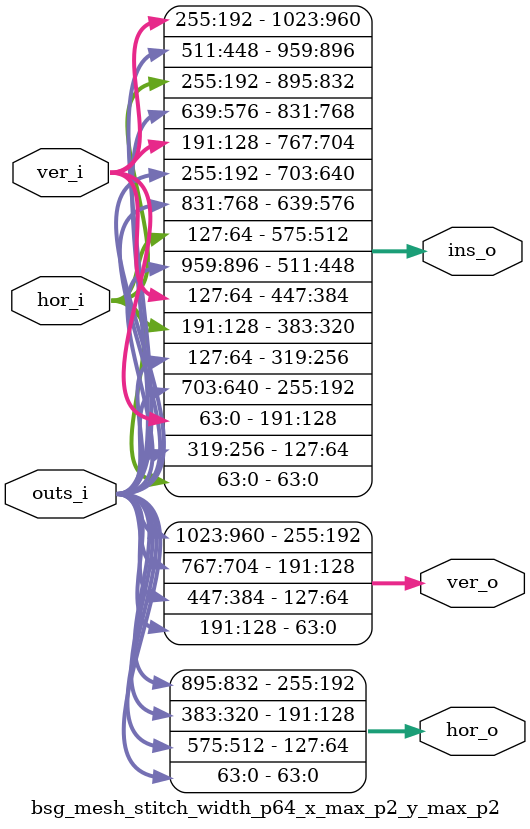
<source format=v>
module bsg_mesh_stitch_width_p64_x_max_p2_y_max_p2
(
  outs_i,
  ins_o,
  hor_i,
  hor_o,
  ver_i,
  ver_o
);

  input [1023:0] outs_i;
  output [1023:0] ins_o;
  input [255:0] hor_i;
  output [255:0] hor_o;
  input [255:0] ver_i;
  output [255:0] ver_o;
  wire [1023:0] ins_o;
  wire [255:0] hor_o,ver_o;
  assign ins_o[1023] = ver_i[255];
  assign ins_o[1022] = ver_i[254];
  assign ins_o[1021] = ver_i[253];
  assign ins_o[1020] = ver_i[252];
  assign ins_o[1019] = ver_i[251];
  assign ins_o[1018] = ver_i[250];
  assign ins_o[1017] = ver_i[249];
  assign ins_o[1016] = ver_i[248];
  assign ins_o[1015] = ver_i[247];
  assign ins_o[1014] = ver_i[246];
  assign ins_o[1013] = ver_i[245];
  assign ins_o[1012] = ver_i[244];
  assign ins_o[1011] = ver_i[243];
  assign ins_o[1010] = ver_i[242];
  assign ins_o[1009] = ver_i[241];
  assign ins_o[1008] = ver_i[240];
  assign ins_o[1007] = ver_i[239];
  assign ins_o[1006] = ver_i[238];
  assign ins_o[1005] = ver_i[237];
  assign ins_o[1004] = ver_i[236];
  assign ins_o[1003] = ver_i[235];
  assign ins_o[1002] = ver_i[234];
  assign ins_o[1001] = ver_i[233];
  assign ins_o[1000] = ver_i[232];
  assign ins_o[999] = ver_i[231];
  assign ins_o[998] = ver_i[230];
  assign ins_o[997] = ver_i[229];
  assign ins_o[996] = ver_i[228];
  assign ins_o[995] = ver_i[227];
  assign ins_o[994] = ver_i[226];
  assign ins_o[993] = ver_i[225];
  assign ins_o[992] = ver_i[224];
  assign ins_o[991] = ver_i[223];
  assign ins_o[990] = ver_i[222];
  assign ins_o[989] = ver_i[221];
  assign ins_o[988] = ver_i[220];
  assign ins_o[987] = ver_i[219];
  assign ins_o[986] = ver_i[218];
  assign ins_o[985] = ver_i[217];
  assign ins_o[984] = ver_i[216];
  assign ins_o[983] = ver_i[215];
  assign ins_o[982] = ver_i[214];
  assign ins_o[981] = ver_i[213];
  assign ins_o[980] = ver_i[212];
  assign ins_o[979] = ver_i[211];
  assign ins_o[978] = ver_i[210];
  assign ins_o[977] = ver_i[209];
  assign ins_o[976] = ver_i[208];
  assign ins_o[975] = ver_i[207];
  assign ins_o[974] = ver_i[206];
  assign ins_o[973] = ver_i[205];
  assign ins_o[972] = ver_i[204];
  assign ins_o[971] = ver_i[203];
  assign ins_o[970] = ver_i[202];
  assign ins_o[969] = ver_i[201];
  assign ins_o[968] = ver_i[200];
  assign ins_o[967] = ver_i[199];
  assign ins_o[966] = ver_i[198];
  assign ins_o[965] = ver_i[197];
  assign ins_o[964] = ver_i[196];
  assign ins_o[963] = ver_i[195];
  assign ins_o[962] = ver_i[194];
  assign ins_o[961] = ver_i[193];
  assign ins_o[960] = ver_i[192];
  assign ins_o[959] = outs_i[511];
  assign ins_o[958] = outs_i[510];
  assign ins_o[957] = outs_i[509];
  assign ins_o[956] = outs_i[508];
  assign ins_o[955] = outs_i[507];
  assign ins_o[954] = outs_i[506];
  assign ins_o[953] = outs_i[505];
  assign ins_o[952] = outs_i[504];
  assign ins_o[951] = outs_i[503];
  assign ins_o[950] = outs_i[502];
  assign ins_o[949] = outs_i[501];
  assign ins_o[948] = outs_i[500];
  assign ins_o[947] = outs_i[499];
  assign ins_o[946] = outs_i[498];
  assign ins_o[945] = outs_i[497];
  assign ins_o[944] = outs_i[496];
  assign ins_o[943] = outs_i[495];
  assign ins_o[942] = outs_i[494];
  assign ins_o[941] = outs_i[493];
  assign ins_o[940] = outs_i[492];
  assign ins_o[939] = outs_i[491];
  assign ins_o[938] = outs_i[490];
  assign ins_o[937] = outs_i[489];
  assign ins_o[936] = outs_i[488];
  assign ins_o[935] = outs_i[487];
  assign ins_o[934] = outs_i[486];
  assign ins_o[933] = outs_i[485];
  assign ins_o[932] = outs_i[484];
  assign ins_o[931] = outs_i[483];
  assign ins_o[930] = outs_i[482];
  assign ins_o[929] = outs_i[481];
  assign ins_o[928] = outs_i[480];
  assign ins_o[927] = outs_i[479];
  assign ins_o[926] = outs_i[478];
  assign ins_o[925] = outs_i[477];
  assign ins_o[924] = outs_i[476];
  assign ins_o[923] = outs_i[475];
  assign ins_o[922] = outs_i[474];
  assign ins_o[921] = outs_i[473];
  assign ins_o[920] = outs_i[472];
  assign ins_o[919] = outs_i[471];
  assign ins_o[918] = outs_i[470];
  assign ins_o[917] = outs_i[469];
  assign ins_o[916] = outs_i[468];
  assign ins_o[915] = outs_i[467];
  assign ins_o[914] = outs_i[466];
  assign ins_o[913] = outs_i[465];
  assign ins_o[912] = outs_i[464];
  assign ins_o[911] = outs_i[463];
  assign ins_o[910] = outs_i[462];
  assign ins_o[909] = outs_i[461];
  assign ins_o[908] = outs_i[460];
  assign ins_o[907] = outs_i[459];
  assign ins_o[906] = outs_i[458];
  assign ins_o[905] = outs_i[457];
  assign ins_o[904] = outs_i[456];
  assign ins_o[903] = outs_i[455];
  assign ins_o[902] = outs_i[454];
  assign ins_o[901] = outs_i[453];
  assign ins_o[900] = outs_i[452];
  assign ins_o[899] = outs_i[451];
  assign ins_o[898] = outs_i[450];
  assign ins_o[897] = outs_i[449];
  assign ins_o[896] = outs_i[448];
  assign ins_o[895] = hor_i[255];
  assign ins_o[894] = hor_i[254];
  assign ins_o[893] = hor_i[253];
  assign ins_o[892] = hor_i[252];
  assign ins_o[891] = hor_i[251];
  assign ins_o[890] = hor_i[250];
  assign ins_o[889] = hor_i[249];
  assign ins_o[888] = hor_i[248];
  assign ins_o[887] = hor_i[247];
  assign ins_o[886] = hor_i[246];
  assign ins_o[885] = hor_i[245];
  assign ins_o[884] = hor_i[244];
  assign ins_o[883] = hor_i[243];
  assign ins_o[882] = hor_i[242];
  assign ins_o[881] = hor_i[241];
  assign ins_o[880] = hor_i[240];
  assign ins_o[879] = hor_i[239];
  assign ins_o[878] = hor_i[238];
  assign ins_o[877] = hor_i[237];
  assign ins_o[876] = hor_i[236];
  assign ins_o[875] = hor_i[235];
  assign ins_o[874] = hor_i[234];
  assign ins_o[873] = hor_i[233];
  assign ins_o[872] = hor_i[232];
  assign ins_o[871] = hor_i[231];
  assign ins_o[870] = hor_i[230];
  assign ins_o[869] = hor_i[229];
  assign ins_o[868] = hor_i[228];
  assign ins_o[867] = hor_i[227];
  assign ins_o[866] = hor_i[226];
  assign ins_o[865] = hor_i[225];
  assign ins_o[864] = hor_i[224];
  assign ins_o[863] = hor_i[223];
  assign ins_o[862] = hor_i[222];
  assign ins_o[861] = hor_i[221];
  assign ins_o[860] = hor_i[220];
  assign ins_o[859] = hor_i[219];
  assign ins_o[858] = hor_i[218];
  assign ins_o[857] = hor_i[217];
  assign ins_o[856] = hor_i[216];
  assign ins_o[855] = hor_i[215];
  assign ins_o[854] = hor_i[214];
  assign ins_o[853] = hor_i[213];
  assign ins_o[852] = hor_i[212];
  assign ins_o[851] = hor_i[211];
  assign ins_o[850] = hor_i[210];
  assign ins_o[849] = hor_i[209];
  assign ins_o[848] = hor_i[208];
  assign ins_o[847] = hor_i[207];
  assign ins_o[846] = hor_i[206];
  assign ins_o[845] = hor_i[205];
  assign ins_o[844] = hor_i[204];
  assign ins_o[843] = hor_i[203];
  assign ins_o[842] = hor_i[202];
  assign ins_o[841] = hor_i[201];
  assign ins_o[840] = hor_i[200];
  assign ins_o[839] = hor_i[199];
  assign ins_o[838] = hor_i[198];
  assign ins_o[837] = hor_i[197];
  assign ins_o[836] = hor_i[196];
  assign ins_o[835] = hor_i[195];
  assign ins_o[834] = hor_i[194];
  assign ins_o[833] = hor_i[193];
  assign ins_o[832] = hor_i[192];
  assign ins_o[831] = outs_i[639];
  assign ins_o[830] = outs_i[638];
  assign ins_o[829] = outs_i[637];
  assign ins_o[828] = outs_i[636];
  assign ins_o[827] = outs_i[635];
  assign ins_o[826] = outs_i[634];
  assign ins_o[825] = outs_i[633];
  assign ins_o[824] = outs_i[632];
  assign ins_o[823] = outs_i[631];
  assign ins_o[822] = outs_i[630];
  assign ins_o[821] = outs_i[629];
  assign ins_o[820] = outs_i[628];
  assign ins_o[819] = outs_i[627];
  assign ins_o[818] = outs_i[626];
  assign ins_o[817] = outs_i[625];
  assign ins_o[816] = outs_i[624];
  assign ins_o[815] = outs_i[623];
  assign ins_o[814] = outs_i[622];
  assign ins_o[813] = outs_i[621];
  assign ins_o[812] = outs_i[620];
  assign ins_o[811] = outs_i[619];
  assign ins_o[810] = outs_i[618];
  assign ins_o[809] = outs_i[617];
  assign ins_o[808] = outs_i[616];
  assign ins_o[807] = outs_i[615];
  assign ins_o[806] = outs_i[614];
  assign ins_o[805] = outs_i[613];
  assign ins_o[804] = outs_i[612];
  assign ins_o[803] = outs_i[611];
  assign ins_o[802] = outs_i[610];
  assign ins_o[801] = outs_i[609];
  assign ins_o[800] = outs_i[608];
  assign ins_o[799] = outs_i[607];
  assign ins_o[798] = outs_i[606];
  assign ins_o[797] = outs_i[605];
  assign ins_o[796] = outs_i[604];
  assign ins_o[795] = outs_i[603];
  assign ins_o[794] = outs_i[602];
  assign ins_o[793] = outs_i[601];
  assign ins_o[792] = outs_i[600];
  assign ins_o[791] = outs_i[599];
  assign ins_o[790] = outs_i[598];
  assign ins_o[789] = outs_i[597];
  assign ins_o[788] = outs_i[596];
  assign ins_o[787] = outs_i[595];
  assign ins_o[786] = outs_i[594];
  assign ins_o[785] = outs_i[593];
  assign ins_o[784] = outs_i[592];
  assign ins_o[783] = outs_i[591];
  assign ins_o[782] = outs_i[590];
  assign ins_o[781] = outs_i[589];
  assign ins_o[780] = outs_i[588];
  assign ins_o[779] = outs_i[587];
  assign ins_o[778] = outs_i[586];
  assign ins_o[777] = outs_i[585];
  assign ins_o[776] = outs_i[584];
  assign ins_o[775] = outs_i[583];
  assign ins_o[774] = outs_i[582];
  assign ins_o[773] = outs_i[581];
  assign ins_o[772] = outs_i[580];
  assign ins_o[771] = outs_i[579];
  assign ins_o[770] = outs_i[578];
  assign ins_o[769] = outs_i[577];
  assign ins_o[768] = outs_i[576];
  assign ins_o[767] = ver_i[191];
  assign ins_o[766] = ver_i[190];
  assign ins_o[765] = ver_i[189];
  assign ins_o[764] = ver_i[188];
  assign ins_o[763] = ver_i[187];
  assign ins_o[762] = ver_i[186];
  assign ins_o[761] = ver_i[185];
  assign ins_o[760] = ver_i[184];
  assign ins_o[759] = ver_i[183];
  assign ins_o[758] = ver_i[182];
  assign ins_o[757] = ver_i[181];
  assign ins_o[756] = ver_i[180];
  assign ins_o[755] = ver_i[179];
  assign ins_o[754] = ver_i[178];
  assign ins_o[753] = ver_i[177];
  assign ins_o[752] = ver_i[176];
  assign ins_o[751] = ver_i[175];
  assign ins_o[750] = ver_i[174];
  assign ins_o[749] = ver_i[173];
  assign ins_o[748] = ver_i[172];
  assign ins_o[747] = ver_i[171];
  assign ins_o[746] = ver_i[170];
  assign ins_o[745] = ver_i[169];
  assign ins_o[744] = ver_i[168];
  assign ins_o[743] = ver_i[167];
  assign ins_o[742] = ver_i[166];
  assign ins_o[741] = ver_i[165];
  assign ins_o[740] = ver_i[164];
  assign ins_o[739] = ver_i[163];
  assign ins_o[738] = ver_i[162];
  assign ins_o[737] = ver_i[161];
  assign ins_o[736] = ver_i[160];
  assign ins_o[735] = ver_i[159];
  assign ins_o[734] = ver_i[158];
  assign ins_o[733] = ver_i[157];
  assign ins_o[732] = ver_i[156];
  assign ins_o[731] = ver_i[155];
  assign ins_o[730] = ver_i[154];
  assign ins_o[729] = ver_i[153];
  assign ins_o[728] = ver_i[152];
  assign ins_o[727] = ver_i[151];
  assign ins_o[726] = ver_i[150];
  assign ins_o[725] = ver_i[149];
  assign ins_o[724] = ver_i[148];
  assign ins_o[723] = ver_i[147];
  assign ins_o[722] = ver_i[146];
  assign ins_o[721] = ver_i[145];
  assign ins_o[720] = ver_i[144];
  assign ins_o[719] = ver_i[143];
  assign ins_o[718] = ver_i[142];
  assign ins_o[717] = ver_i[141];
  assign ins_o[716] = ver_i[140];
  assign ins_o[715] = ver_i[139];
  assign ins_o[714] = ver_i[138];
  assign ins_o[713] = ver_i[137];
  assign ins_o[712] = ver_i[136];
  assign ins_o[711] = ver_i[135];
  assign ins_o[710] = ver_i[134];
  assign ins_o[709] = ver_i[133];
  assign ins_o[708] = ver_i[132];
  assign ins_o[707] = ver_i[131];
  assign ins_o[706] = ver_i[130];
  assign ins_o[705] = ver_i[129];
  assign ins_o[704] = ver_i[128];
  assign ins_o[703] = outs_i[255];
  assign ins_o[702] = outs_i[254];
  assign ins_o[701] = outs_i[253];
  assign ins_o[700] = outs_i[252];
  assign ins_o[699] = outs_i[251];
  assign ins_o[698] = outs_i[250];
  assign ins_o[697] = outs_i[249];
  assign ins_o[696] = outs_i[248];
  assign ins_o[695] = outs_i[247];
  assign ins_o[694] = outs_i[246];
  assign ins_o[693] = outs_i[245];
  assign ins_o[692] = outs_i[244];
  assign ins_o[691] = outs_i[243];
  assign ins_o[690] = outs_i[242];
  assign ins_o[689] = outs_i[241];
  assign ins_o[688] = outs_i[240];
  assign ins_o[687] = outs_i[239];
  assign ins_o[686] = outs_i[238];
  assign ins_o[685] = outs_i[237];
  assign ins_o[684] = outs_i[236];
  assign ins_o[683] = outs_i[235];
  assign ins_o[682] = outs_i[234];
  assign ins_o[681] = outs_i[233];
  assign ins_o[680] = outs_i[232];
  assign ins_o[679] = outs_i[231];
  assign ins_o[678] = outs_i[230];
  assign ins_o[677] = outs_i[229];
  assign ins_o[676] = outs_i[228];
  assign ins_o[675] = outs_i[227];
  assign ins_o[674] = outs_i[226];
  assign ins_o[673] = outs_i[225];
  assign ins_o[672] = outs_i[224];
  assign ins_o[671] = outs_i[223];
  assign ins_o[670] = outs_i[222];
  assign ins_o[669] = outs_i[221];
  assign ins_o[668] = outs_i[220];
  assign ins_o[667] = outs_i[219];
  assign ins_o[666] = outs_i[218];
  assign ins_o[665] = outs_i[217];
  assign ins_o[664] = outs_i[216];
  assign ins_o[663] = outs_i[215];
  assign ins_o[662] = outs_i[214];
  assign ins_o[661] = outs_i[213];
  assign ins_o[660] = outs_i[212];
  assign ins_o[659] = outs_i[211];
  assign ins_o[658] = outs_i[210];
  assign ins_o[657] = outs_i[209];
  assign ins_o[656] = outs_i[208];
  assign ins_o[655] = outs_i[207];
  assign ins_o[654] = outs_i[206];
  assign ins_o[653] = outs_i[205];
  assign ins_o[652] = outs_i[204];
  assign ins_o[651] = outs_i[203];
  assign ins_o[650] = outs_i[202];
  assign ins_o[649] = outs_i[201];
  assign ins_o[648] = outs_i[200];
  assign ins_o[647] = outs_i[199];
  assign ins_o[646] = outs_i[198];
  assign ins_o[645] = outs_i[197];
  assign ins_o[644] = outs_i[196];
  assign ins_o[643] = outs_i[195];
  assign ins_o[642] = outs_i[194];
  assign ins_o[641] = outs_i[193];
  assign ins_o[640] = outs_i[192];
  assign ins_o[639] = outs_i[831];
  assign ins_o[638] = outs_i[830];
  assign ins_o[637] = outs_i[829];
  assign ins_o[636] = outs_i[828];
  assign ins_o[635] = outs_i[827];
  assign ins_o[634] = outs_i[826];
  assign ins_o[633] = outs_i[825];
  assign ins_o[632] = outs_i[824];
  assign ins_o[631] = outs_i[823];
  assign ins_o[630] = outs_i[822];
  assign ins_o[629] = outs_i[821];
  assign ins_o[628] = outs_i[820];
  assign ins_o[627] = outs_i[819];
  assign ins_o[626] = outs_i[818];
  assign ins_o[625] = outs_i[817];
  assign ins_o[624] = outs_i[816];
  assign ins_o[623] = outs_i[815];
  assign ins_o[622] = outs_i[814];
  assign ins_o[621] = outs_i[813];
  assign ins_o[620] = outs_i[812];
  assign ins_o[619] = outs_i[811];
  assign ins_o[618] = outs_i[810];
  assign ins_o[617] = outs_i[809];
  assign ins_o[616] = outs_i[808];
  assign ins_o[615] = outs_i[807];
  assign ins_o[614] = outs_i[806];
  assign ins_o[613] = outs_i[805];
  assign ins_o[612] = outs_i[804];
  assign ins_o[611] = outs_i[803];
  assign ins_o[610] = outs_i[802];
  assign ins_o[609] = outs_i[801];
  assign ins_o[608] = outs_i[800];
  assign ins_o[607] = outs_i[799];
  assign ins_o[606] = outs_i[798];
  assign ins_o[605] = outs_i[797];
  assign ins_o[604] = outs_i[796];
  assign ins_o[603] = outs_i[795];
  assign ins_o[602] = outs_i[794];
  assign ins_o[601] = outs_i[793];
  assign ins_o[600] = outs_i[792];
  assign ins_o[599] = outs_i[791];
  assign ins_o[598] = outs_i[790];
  assign ins_o[597] = outs_i[789];
  assign ins_o[596] = outs_i[788];
  assign ins_o[595] = outs_i[787];
  assign ins_o[594] = outs_i[786];
  assign ins_o[593] = outs_i[785];
  assign ins_o[592] = outs_i[784];
  assign ins_o[591] = outs_i[783];
  assign ins_o[590] = outs_i[782];
  assign ins_o[589] = outs_i[781];
  assign ins_o[588] = outs_i[780];
  assign ins_o[587] = outs_i[779];
  assign ins_o[586] = outs_i[778];
  assign ins_o[585] = outs_i[777];
  assign ins_o[584] = outs_i[776];
  assign ins_o[583] = outs_i[775];
  assign ins_o[582] = outs_i[774];
  assign ins_o[581] = outs_i[773];
  assign ins_o[580] = outs_i[772];
  assign ins_o[579] = outs_i[771];
  assign ins_o[578] = outs_i[770];
  assign ins_o[577] = outs_i[769];
  assign ins_o[576] = outs_i[768];
  assign ins_o[575] = hor_i[127];
  assign ins_o[574] = hor_i[126];
  assign ins_o[573] = hor_i[125];
  assign ins_o[572] = hor_i[124];
  assign ins_o[571] = hor_i[123];
  assign ins_o[570] = hor_i[122];
  assign ins_o[569] = hor_i[121];
  assign ins_o[568] = hor_i[120];
  assign ins_o[567] = hor_i[119];
  assign ins_o[566] = hor_i[118];
  assign ins_o[565] = hor_i[117];
  assign ins_o[564] = hor_i[116];
  assign ins_o[563] = hor_i[115];
  assign ins_o[562] = hor_i[114];
  assign ins_o[561] = hor_i[113];
  assign ins_o[560] = hor_i[112];
  assign ins_o[559] = hor_i[111];
  assign ins_o[558] = hor_i[110];
  assign ins_o[557] = hor_i[109];
  assign ins_o[556] = hor_i[108];
  assign ins_o[555] = hor_i[107];
  assign ins_o[554] = hor_i[106];
  assign ins_o[553] = hor_i[105];
  assign ins_o[552] = hor_i[104];
  assign ins_o[551] = hor_i[103];
  assign ins_o[550] = hor_i[102];
  assign ins_o[549] = hor_i[101];
  assign ins_o[548] = hor_i[100];
  assign ins_o[547] = hor_i[99];
  assign ins_o[546] = hor_i[98];
  assign ins_o[545] = hor_i[97];
  assign ins_o[544] = hor_i[96];
  assign ins_o[543] = hor_i[95];
  assign ins_o[542] = hor_i[94];
  assign ins_o[541] = hor_i[93];
  assign ins_o[540] = hor_i[92];
  assign ins_o[539] = hor_i[91];
  assign ins_o[538] = hor_i[90];
  assign ins_o[537] = hor_i[89];
  assign ins_o[536] = hor_i[88];
  assign ins_o[535] = hor_i[87];
  assign ins_o[534] = hor_i[86];
  assign ins_o[533] = hor_i[85];
  assign ins_o[532] = hor_i[84];
  assign ins_o[531] = hor_i[83];
  assign ins_o[530] = hor_i[82];
  assign ins_o[529] = hor_i[81];
  assign ins_o[528] = hor_i[80];
  assign ins_o[527] = hor_i[79];
  assign ins_o[526] = hor_i[78];
  assign ins_o[525] = hor_i[77];
  assign ins_o[524] = hor_i[76];
  assign ins_o[523] = hor_i[75];
  assign ins_o[522] = hor_i[74];
  assign ins_o[521] = hor_i[73];
  assign ins_o[520] = hor_i[72];
  assign ins_o[519] = hor_i[71];
  assign ins_o[518] = hor_i[70];
  assign ins_o[517] = hor_i[69];
  assign ins_o[516] = hor_i[68];
  assign ins_o[515] = hor_i[67];
  assign ins_o[514] = hor_i[66];
  assign ins_o[513] = hor_i[65];
  assign ins_o[512] = hor_i[64];
  assign ins_o[511] = outs_i[959];
  assign ins_o[510] = outs_i[958];
  assign ins_o[509] = outs_i[957];
  assign ins_o[508] = outs_i[956];
  assign ins_o[507] = outs_i[955];
  assign ins_o[506] = outs_i[954];
  assign ins_o[505] = outs_i[953];
  assign ins_o[504] = outs_i[952];
  assign ins_o[503] = outs_i[951];
  assign ins_o[502] = outs_i[950];
  assign ins_o[501] = outs_i[949];
  assign ins_o[500] = outs_i[948];
  assign ins_o[499] = outs_i[947];
  assign ins_o[498] = outs_i[946];
  assign ins_o[497] = outs_i[945];
  assign ins_o[496] = outs_i[944];
  assign ins_o[495] = outs_i[943];
  assign ins_o[494] = outs_i[942];
  assign ins_o[493] = outs_i[941];
  assign ins_o[492] = outs_i[940];
  assign ins_o[491] = outs_i[939];
  assign ins_o[490] = outs_i[938];
  assign ins_o[489] = outs_i[937];
  assign ins_o[488] = outs_i[936];
  assign ins_o[487] = outs_i[935];
  assign ins_o[486] = outs_i[934];
  assign ins_o[485] = outs_i[933];
  assign ins_o[484] = outs_i[932];
  assign ins_o[483] = outs_i[931];
  assign ins_o[482] = outs_i[930];
  assign ins_o[481] = outs_i[929];
  assign ins_o[480] = outs_i[928];
  assign ins_o[479] = outs_i[927];
  assign ins_o[478] = outs_i[926];
  assign ins_o[477] = outs_i[925];
  assign ins_o[476] = outs_i[924];
  assign ins_o[475] = outs_i[923];
  assign ins_o[474] = outs_i[922];
  assign ins_o[473] = outs_i[921];
  assign ins_o[472] = outs_i[920];
  assign ins_o[471] = outs_i[919];
  assign ins_o[470] = outs_i[918];
  assign ins_o[469] = outs_i[917];
  assign ins_o[468] = outs_i[916];
  assign ins_o[467] = outs_i[915];
  assign ins_o[466] = outs_i[914];
  assign ins_o[465] = outs_i[913];
  assign ins_o[464] = outs_i[912];
  assign ins_o[463] = outs_i[911];
  assign ins_o[462] = outs_i[910];
  assign ins_o[461] = outs_i[909];
  assign ins_o[460] = outs_i[908];
  assign ins_o[459] = outs_i[907];
  assign ins_o[458] = outs_i[906];
  assign ins_o[457] = outs_i[905];
  assign ins_o[456] = outs_i[904];
  assign ins_o[455] = outs_i[903];
  assign ins_o[454] = outs_i[902];
  assign ins_o[453] = outs_i[901];
  assign ins_o[452] = outs_i[900];
  assign ins_o[451] = outs_i[899];
  assign ins_o[450] = outs_i[898];
  assign ins_o[449] = outs_i[897];
  assign ins_o[448] = outs_i[896];
  assign ins_o[447] = ver_i[127];
  assign ins_o[446] = ver_i[126];
  assign ins_o[445] = ver_i[125];
  assign ins_o[444] = ver_i[124];
  assign ins_o[443] = ver_i[123];
  assign ins_o[442] = ver_i[122];
  assign ins_o[441] = ver_i[121];
  assign ins_o[440] = ver_i[120];
  assign ins_o[439] = ver_i[119];
  assign ins_o[438] = ver_i[118];
  assign ins_o[437] = ver_i[117];
  assign ins_o[436] = ver_i[116];
  assign ins_o[435] = ver_i[115];
  assign ins_o[434] = ver_i[114];
  assign ins_o[433] = ver_i[113];
  assign ins_o[432] = ver_i[112];
  assign ins_o[431] = ver_i[111];
  assign ins_o[430] = ver_i[110];
  assign ins_o[429] = ver_i[109];
  assign ins_o[428] = ver_i[108];
  assign ins_o[427] = ver_i[107];
  assign ins_o[426] = ver_i[106];
  assign ins_o[425] = ver_i[105];
  assign ins_o[424] = ver_i[104];
  assign ins_o[423] = ver_i[103];
  assign ins_o[422] = ver_i[102];
  assign ins_o[421] = ver_i[101];
  assign ins_o[420] = ver_i[100];
  assign ins_o[419] = ver_i[99];
  assign ins_o[418] = ver_i[98];
  assign ins_o[417] = ver_i[97];
  assign ins_o[416] = ver_i[96];
  assign ins_o[415] = ver_i[95];
  assign ins_o[414] = ver_i[94];
  assign ins_o[413] = ver_i[93];
  assign ins_o[412] = ver_i[92];
  assign ins_o[411] = ver_i[91];
  assign ins_o[410] = ver_i[90];
  assign ins_o[409] = ver_i[89];
  assign ins_o[408] = ver_i[88];
  assign ins_o[407] = ver_i[87];
  assign ins_o[406] = ver_i[86];
  assign ins_o[405] = ver_i[85];
  assign ins_o[404] = ver_i[84];
  assign ins_o[403] = ver_i[83];
  assign ins_o[402] = ver_i[82];
  assign ins_o[401] = ver_i[81];
  assign ins_o[400] = ver_i[80];
  assign ins_o[399] = ver_i[79];
  assign ins_o[398] = ver_i[78];
  assign ins_o[397] = ver_i[77];
  assign ins_o[396] = ver_i[76];
  assign ins_o[395] = ver_i[75];
  assign ins_o[394] = ver_i[74];
  assign ins_o[393] = ver_i[73];
  assign ins_o[392] = ver_i[72];
  assign ins_o[391] = ver_i[71];
  assign ins_o[390] = ver_i[70];
  assign ins_o[389] = ver_i[69];
  assign ins_o[388] = ver_i[68];
  assign ins_o[387] = ver_i[67];
  assign ins_o[386] = ver_i[66];
  assign ins_o[385] = ver_i[65];
  assign ins_o[384] = ver_i[64];
  assign ins_o[383] = hor_i[191];
  assign ins_o[382] = hor_i[190];
  assign ins_o[381] = hor_i[189];
  assign ins_o[380] = hor_i[188];
  assign ins_o[379] = hor_i[187];
  assign ins_o[378] = hor_i[186];
  assign ins_o[377] = hor_i[185];
  assign ins_o[376] = hor_i[184];
  assign ins_o[375] = hor_i[183];
  assign ins_o[374] = hor_i[182];
  assign ins_o[373] = hor_i[181];
  assign ins_o[372] = hor_i[180];
  assign ins_o[371] = hor_i[179];
  assign ins_o[370] = hor_i[178];
  assign ins_o[369] = hor_i[177];
  assign ins_o[368] = hor_i[176];
  assign ins_o[367] = hor_i[175];
  assign ins_o[366] = hor_i[174];
  assign ins_o[365] = hor_i[173];
  assign ins_o[364] = hor_i[172];
  assign ins_o[363] = hor_i[171];
  assign ins_o[362] = hor_i[170];
  assign ins_o[361] = hor_i[169];
  assign ins_o[360] = hor_i[168];
  assign ins_o[359] = hor_i[167];
  assign ins_o[358] = hor_i[166];
  assign ins_o[357] = hor_i[165];
  assign ins_o[356] = hor_i[164];
  assign ins_o[355] = hor_i[163];
  assign ins_o[354] = hor_i[162];
  assign ins_o[353] = hor_i[161];
  assign ins_o[352] = hor_i[160];
  assign ins_o[351] = hor_i[159];
  assign ins_o[350] = hor_i[158];
  assign ins_o[349] = hor_i[157];
  assign ins_o[348] = hor_i[156];
  assign ins_o[347] = hor_i[155];
  assign ins_o[346] = hor_i[154];
  assign ins_o[345] = hor_i[153];
  assign ins_o[344] = hor_i[152];
  assign ins_o[343] = hor_i[151];
  assign ins_o[342] = hor_i[150];
  assign ins_o[341] = hor_i[149];
  assign ins_o[340] = hor_i[148];
  assign ins_o[339] = hor_i[147];
  assign ins_o[338] = hor_i[146];
  assign ins_o[337] = hor_i[145];
  assign ins_o[336] = hor_i[144];
  assign ins_o[335] = hor_i[143];
  assign ins_o[334] = hor_i[142];
  assign ins_o[333] = hor_i[141];
  assign ins_o[332] = hor_i[140];
  assign ins_o[331] = hor_i[139];
  assign ins_o[330] = hor_i[138];
  assign ins_o[329] = hor_i[137];
  assign ins_o[328] = hor_i[136];
  assign ins_o[327] = hor_i[135];
  assign ins_o[326] = hor_i[134];
  assign ins_o[325] = hor_i[133];
  assign ins_o[324] = hor_i[132];
  assign ins_o[323] = hor_i[131];
  assign ins_o[322] = hor_i[130];
  assign ins_o[321] = hor_i[129];
  assign ins_o[320] = hor_i[128];
  assign ins_o[319] = outs_i[127];
  assign ins_o[318] = outs_i[126];
  assign ins_o[317] = outs_i[125];
  assign ins_o[316] = outs_i[124];
  assign ins_o[315] = outs_i[123];
  assign ins_o[314] = outs_i[122];
  assign ins_o[313] = outs_i[121];
  assign ins_o[312] = outs_i[120];
  assign ins_o[311] = outs_i[119];
  assign ins_o[310] = outs_i[118];
  assign ins_o[309] = outs_i[117];
  assign ins_o[308] = outs_i[116];
  assign ins_o[307] = outs_i[115];
  assign ins_o[306] = outs_i[114];
  assign ins_o[305] = outs_i[113];
  assign ins_o[304] = outs_i[112];
  assign ins_o[303] = outs_i[111];
  assign ins_o[302] = outs_i[110];
  assign ins_o[301] = outs_i[109];
  assign ins_o[300] = outs_i[108];
  assign ins_o[299] = outs_i[107];
  assign ins_o[298] = outs_i[106];
  assign ins_o[297] = outs_i[105];
  assign ins_o[296] = outs_i[104];
  assign ins_o[295] = outs_i[103];
  assign ins_o[294] = outs_i[102];
  assign ins_o[293] = outs_i[101];
  assign ins_o[292] = outs_i[100];
  assign ins_o[291] = outs_i[99];
  assign ins_o[290] = outs_i[98];
  assign ins_o[289] = outs_i[97];
  assign ins_o[288] = outs_i[96];
  assign ins_o[287] = outs_i[95];
  assign ins_o[286] = outs_i[94];
  assign ins_o[285] = outs_i[93];
  assign ins_o[284] = outs_i[92];
  assign ins_o[283] = outs_i[91];
  assign ins_o[282] = outs_i[90];
  assign ins_o[281] = outs_i[89];
  assign ins_o[280] = outs_i[88];
  assign ins_o[279] = outs_i[87];
  assign ins_o[278] = outs_i[86];
  assign ins_o[277] = outs_i[85];
  assign ins_o[276] = outs_i[84];
  assign ins_o[275] = outs_i[83];
  assign ins_o[274] = outs_i[82];
  assign ins_o[273] = outs_i[81];
  assign ins_o[272] = outs_i[80];
  assign ins_o[271] = outs_i[79];
  assign ins_o[270] = outs_i[78];
  assign ins_o[269] = outs_i[77];
  assign ins_o[268] = outs_i[76];
  assign ins_o[267] = outs_i[75];
  assign ins_o[266] = outs_i[74];
  assign ins_o[265] = outs_i[73];
  assign ins_o[264] = outs_i[72];
  assign ins_o[263] = outs_i[71];
  assign ins_o[262] = outs_i[70];
  assign ins_o[261] = outs_i[69];
  assign ins_o[260] = outs_i[68];
  assign ins_o[259] = outs_i[67];
  assign ins_o[258] = outs_i[66];
  assign ins_o[257] = outs_i[65];
  assign ins_o[256] = outs_i[64];
  assign ins_o[255] = outs_i[703];
  assign ins_o[254] = outs_i[702];
  assign ins_o[253] = outs_i[701];
  assign ins_o[252] = outs_i[700];
  assign ins_o[251] = outs_i[699];
  assign ins_o[250] = outs_i[698];
  assign ins_o[249] = outs_i[697];
  assign ins_o[248] = outs_i[696];
  assign ins_o[247] = outs_i[695];
  assign ins_o[246] = outs_i[694];
  assign ins_o[245] = outs_i[693];
  assign ins_o[244] = outs_i[692];
  assign ins_o[243] = outs_i[691];
  assign ins_o[242] = outs_i[690];
  assign ins_o[241] = outs_i[689];
  assign ins_o[240] = outs_i[688];
  assign ins_o[239] = outs_i[687];
  assign ins_o[238] = outs_i[686];
  assign ins_o[237] = outs_i[685];
  assign ins_o[236] = outs_i[684];
  assign ins_o[235] = outs_i[683];
  assign ins_o[234] = outs_i[682];
  assign ins_o[233] = outs_i[681];
  assign ins_o[232] = outs_i[680];
  assign ins_o[231] = outs_i[679];
  assign ins_o[230] = outs_i[678];
  assign ins_o[229] = outs_i[677];
  assign ins_o[228] = outs_i[676];
  assign ins_o[227] = outs_i[675];
  assign ins_o[226] = outs_i[674];
  assign ins_o[225] = outs_i[673];
  assign ins_o[224] = outs_i[672];
  assign ins_o[223] = outs_i[671];
  assign ins_o[222] = outs_i[670];
  assign ins_o[221] = outs_i[669];
  assign ins_o[220] = outs_i[668];
  assign ins_o[219] = outs_i[667];
  assign ins_o[218] = outs_i[666];
  assign ins_o[217] = outs_i[665];
  assign ins_o[216] = outs_i[664];
  assign ins_o[215] = outs_i[663];
  assign ins_o[214] = outs_i[662];
  assign ins_o[213] = outs_i[661];
  assign ins_o[212] = outs_i[660];
  assign ins_o[211] = outs_i[659];
  assign ins_o[210] = outs_i[658];
  assign ins_o[209] = outs_i[657];
  assign ins_o[208] = outs_i[656];
  assign ins_o[207] = outs_i[655];
  assign ins_o[206] = outs_i[654];
  assign ins_o[205] = outs_i[653];
  assign ins_o[204] = outs_i[652];
  assign ins_o[203] = outs_i[651];
  assign ins_o[202] = outs_i[650];
  assign ins_o[201] = outs_i[649];
  assign ins_o[200] = outs_i[648];
  assign ins_o[199] = outs_i[647];
  assign ins_o[198] = outs_i[646];
  assign ins_o[197] = outs_i[645];
  assign ins_o[196] = outs_i[644];
  assign ins_o[195] = outs_i[643];
  assign ins_o[194] = outs_i[642];
  assign ins_o[193] = outs_i[641];
  assign ins_o[192] = outs_i[640];
  assign ins_o[191] = ver_i[63];
  assign ins_o[190] = ver_i[62];
  assign ins_o[189] = ver_i[61];
  assign ins_o[188] = ver_i[60];
  assign ins_o[187] = ver_i[59];
  assign ins_o[186] = ver_i[58];
  assign ins_o[185] = ver_i[57];
  assign ins_o[184] = ver_i[56];
  assign ins_o[183] = ver_i[55];
  assign ins_o[182] = ver_i[54];
  assign ins_o[181] = ver_i[53];
  assign ins_o[180] = ver_i[52];
  assign ins_o[179] = ver_i[51];
  assign ins_o[178] = ver_i[50];
  assign ins_o[177] = ver_i[49];
  assign ins_o[176] = ver_i[48];
  assign ins_o[175] = ver_i[47];
  assign ins_o[174] = ver_i[46];
  assign ins_o[173] = ver_i[45];
  assign ins_o[172] = ver_i[44];
  assign ins_o[171] = ver_i[43];
  assign ins_o[170] = ver_i[42];
  assign ins_o[169] = ver_i[41];
  assign ins_o[168] = ver_i[40];
  assign ins_o[167] = ver_i[39];
  assign ins_o[166] = ver_i[38];
  assign ins_o[165] = ver_i[37];
  assign ins_o[164] = ver_i[36];
  assign ins_o[163] = ver_i[35];
  assign ins_o[162] = ver_i[34];
  assign ins_o[161] = ver_i[33];
  assign ins_o[160] = ver_i[32];
  assign ins_o[159] = ver_i[31];
  assign ins_o[158] = ver_i[30];
  assign ins_o[157] = ver_i[29];
  assign ins_o[156] = ver_i[28];
  assign ins_o[155] = ver_i[27];
  assign ins_o[154] = ver_i[26];
  assign ins_o[153] = ver_i[25];
  assign ins_o[152] = ver_i[24];
  assign ins_o[151] = ver_i[23];
  assign ins_o[150] = ver_i[22];
  assign ins_o[149] = ver_i[21];
  assign ins_o[148] = ver_i[20];
  assign ins_o[147] = ver_i[19];
  assign ins_o[146] = ver_i[18];
  assign ins_o[145] = ver_i[17];
  assign ins_o[144] = ver_i[16];
  assign ins_o[143] = ver_i[15];
  assign ins_o[142] = ver_i[14];
  assign ins_o[141] = ver_i[13];
  assign ins_o[140] = ver_i[12];
  assign ins_o[139] = ver_i[11];
  assign ins_o[138] = ver_i[10];
  assign ins_o[137] = ver_i[9];
  assign ins_o[136] = ver_i[8];
  assign ins_o[135] = ver_i[7];
  assign ins_o[134] = ver_i[6];
  assign ins_o[133] = ver_i[5];
  assign ins_o[132] = ver_i[4];
  assign ins_o[131] = ver_i[3];
  assign ins_o[130] = ver_i[2];
  assign ins_o[129] = ver_i[1];
  assign ins_o[128] = ver_i[0];
  assign ins_o[127] = outs_i[319];
  assign ins_o[126] = outs_i[318];
  assign ins_o[125] = outs_i[317];
  assign ins_o[124] = outs_i[316];
  assign ins_o[123] = outs_i[315];
  assign ins_o[122] = outs_i[314];
  assign ins_o[121] = outs_i[313];
  assign ins_o[120] = outs_i[312];
  assign ins_o[119] = outs_i[311];
  assign ins_o[118] = outs_i[310];
  assign ins_o[117] = outs_i[309];
  assign ins_o[116] = outs_i[308];
  assign ins_o[115] = outs_i[307];
  assign ins_o[114] = outs_i[306];
  assign ins_o[113] = outs_i[305];
  assign ins_o[112] = outs_i[304];
  assign ins_o[111] = outs_i[303];
  assign ins_o[110] = outs_i[302];
  assign ins_o[109] = outs_i[301];
  assign ins_o[108] = outs_i[300];
  assign ins_o[107] = outs_i[299];
  assign ins_o[106] = outs_i[298];
  assign ins_o[105] = outs_i[297];
  assign ins_o[104] = outs_i[296];
  assign ins_o[103] = outs_i[295];
  assign ins_o[102] = outs_i[294];
  assign ins_o[101] = outs_i[293];
  assign ins_o[100] = outs_i[292];
  assign ins_o[99] = outs_i[291];
  assign ins_o[98] = outs_i[290];
  assign ins_o[97] = outs_i[289];
  assign ins_o[96] = outs_i[288];
  assign ins_o[95] = outs_i[287];
  assign ins_o[94] = outs_i[286];
  assign ins_o[93] = outs_i[285];
  assign ins_o[92] = outs_i[284];
  assign ins_o[91] = outs_i[283];
  assign ins_o[90] = outs_i[282];
  assign ins_o[89] = outs_i[281];
  assign ins_o[88] = outs_i[280];
  assign ins_o[87] = outs_i[279];
  assign ins_o[86] = outs_i[278];
  assign ins_o[85] = outs_i[277];
  assign ins_o[84] = outs_i[276];
  assign ins_o[83] = outs_i[275];
  assign ins_o[82] = outs_i[274];
  assign ins_o[81] = outs_i[273];
  assign ins_o[80] = outs_i[272];
  assign ins_o[79] = outs_i[271];
  assign ins_o[78] = outs_i[270];
  assign ins_o[77] = outs_i[269];
  assign ins_o[76] = outs_i[268];
  assign ins_o[75] = outs_i[267];
  assign ins_o[74] = outs_i[266];
  assign ins_o[73] = outs_i[265];
  assign ins_o[72] = outs_i[264];
  assign ins_o[71] = outs_i[263];
  assign ins_o[70] = outs_i[262];
  assign ins_o[69] = outs_i[261];
  assign ins_o[68] = outs_i[260];
  assign ins_o[67] = outs_i[259];
  assign ins_o[66] = outs_i[258];
  assign ins_o[65] = outs_i[257];
  assign ins_o[64] = outs_i[256];
  assign ins_o[63] = hor_i[63];
  assign ins_o[62] = hor_i[62];
  assign ins_o[61] = hor_i[61];
  assign ins_o[60] = hor_i[60];
  assign ins_o[59] = hor_i[59];
  assign ins_o[58] = hor_i[58];
  assign ins_o[57] = hor_i[57];
  assign ins_o[56] = hor_i[56];
  assign ins_o[55] = hor_i[55];
  assign ins_o[54] = hor_i[54];
  assign ins_o[53] = hor_i[53];
  assign ins_o[52] = hor_i[52];
  assign ins_o[51] = hor_i[51];
  assign ins_o[50] = hor_i[50];
  assign ins_o[49] = hor_i[49];
  assign ins_o[48] = hor_i[48];
  assign ins_o[47] = hor_i[47];
  assign ins_o[46] = hor_i[46];
  assign ins_o[45] = hor_i[45];
  assign ins_o[44] = hor_i[44];
  assign ins_o[43] = hor_i[43];
  assign ins_o[42] = hor_i[42];
  assign ins_o[41] = hor_i[41];
  assign ins_o[40] = hor_i[40];
  assign ins_o[39] = hor_i[39];
  assign ins_o[38] = hor_i[38];
  assign ins_o[37] = hor_i[37];
  assign ins_o[36] = hor_i[36];
  assign ins_o[35] = hor_i[35];
  assign ins_o[34] = hor_i[34];
  assign ins_o[33] = hor_i[33];
  assign ins_o[32] = hor_i[32];
  assign ins_o[31] = hor_i[31];
  assign ins_o[30] = hor_i[30];
  assign ins_o[29] = hor_i[29];
  assign ins_o[28] = hor_i[28];
  assign ins_o[27] = hor_i[27];
  assign ins_o[26] = hor_i[26];
  assign ins_o[25] = hor_i[25];
  assign ins_o[24] = hor_i[24];
  assign ins_o[23] = hor_i[23];
  assign ins_o[22] = hor_i[22];
  assign ins_o[21] = hor_i[21];
  assign ins_o[20] = hor_i[20];
  assign ins_o[19] = hor_i[19];
  assign ins_o[18] = hor_i[18];
  assign ins_o[17] = hor_i[17];
  assign ins_o[16] = hor_i[16];
  assign ins_o[15] = hor_i[15];
  assign ins_o[14] = hor_i[14];
  assign ins_o[13] = hor_i[13];
  assign ins_o[12] = hor_i[12];
  assign ins_o[11] = hor_i[11];
  assign ins_o[10] = hor_i[10];
  assign ins_o[9] = hor_i[9];
  assign ins_o[8] = hor_i[8];
  assign ins_o[7] = hor_i[7];
  assign ins_o[6] = hor_i[6];
  assign ins_o[5] = hor_i[5];
  assign ins_o[4] = hor_i[4];
  assign ins_o[3] = hor_i[3];
  assign ins_o[2] = hor_i[2];
  assign ins_o[1] = hor_i[1];
  assign ins_o[0] = hor_i[0];
  assign hor_o[255] = outs_i[895];
  assign hor_o[254] = outs_i[894];
  assign hor_o[253] = outs_i[893];
  assign hor_o[252] = outs_i[892];
  assign hor_o[251] = outs_i[891];
  assign hor_o[250] = outs_i[890];
  assign hor_o[249] = outs_i[889];
  assign hor_o[248] = outs_i[888];
  assign hor_o[247] = outs_i[887];
  assign hor_o[246] = outs_i[886];
  assign hor_o[245] = outs_i[885];
  assign hor_o[244] = outs_i[884];
  assign hor_o[243] = outs_i[883];
  assign hor_o[242] = outs_i[882];
  assign hor_o[241] = outs_i[881];
  assign hor_o[240] = outs_i[880];
  assign hor_o[239] = outs_i[879];
  assign hor_o[238] = outs_i[878];
  assign hor_o[237] = outs_i[877];
  assign hor_o[236] = outs_i[876];
  assign hor_o[235] = outs_i[875];
  assign hor_o[234] = outs_i[874];
  assign hor_o[233] = outs_i[873];
  assign hor_o[232] = outs_i[872];
  assign hor_o[231] = outs_i[871];
  assign hor_o[230] = outs_i[870];
  assign hor_o[229] = outs_i[869];
  assign hor_o[228] = outs_i[868];
  assign hor_o[227] = outs_i[867];
  assign hor_o[226] = outs_i[866];
  assign hor_o[225] = outs_i[865];
  assign hor_o[224] = outs_i[864];
  assign hor_o[223] = outs_i[863];
  assign hor_o[222] = outs_i[862];
  assign hor_o[221] = outs_i[861];
  assign hor_o[220] = outs_i[860];
  assign hor_o[219] = outs_i[859];
  assign hor_o[218] = outs_i[858];
  assign hor_o[217] = outs_i[857];
  assign hor_o[216] = outs_i[856];
  assign hor_o[215] = outs_i[855];
  assign hor_o[214] = outs_i[854];
  assign hor_o[213] = outs_i[853];
  assign hor_o[212] = outs_i[852];
  assign hor_o[211] = outs_i[851];
  assign hor_o[210] = outs_i[850];
  assign hor_o[209] = outs_i[849];
  assign hor_o[208] = outs_i[848];
  assign hor_o[207] = outs_i[847];
  assign hor_o[206] = outs_i[846];
  assign hor_o[205] = outs_i[845];
  assign hor_o[204] = outs_i[844];
  assign hor_o[203] = outs_i[843];
  assign hor_o[202] = outs_i[842];
  assign hor_o[201] = outs_i[841];
  assign hor_o[200] = outs_i[840];
  assign hor_o[199] = outs_i[839];
  assign hor_o[198] = outs_i[838];
  assign hor_o[197] = outs_i[837];
  assign hor_o[196] = outs_i[836];
  assign hor_o[195] = outs_i[835];
  assign hor_o[194] = outs_i[834];
  assign hor_o[193] = outs_i[833];
  assign hor_o[192] = outs_i[832];
  assign hor_o[191] = outs_i[383];
  assign hor_o[190] = outs_i[382];
  assign hor_o[189] = outs_i[381];
  assign hor_o[188] = outs_i[380];
  assign hor_o[187] = outs_i[379];
  assign hor_o[186] = outs_i[378];
  assign hor_o[185] = outs_i[377];
  assign hor_o[184] = outs_i[376];
  assign hor_o[183] = outs_i[375];
  assign hor_o[182] = outs_i[374];
  assign hor_o[181] = outs_i[373];
  assign hor_o[180] = outs_i[372];
  assign hor_o[179] = outs_i[371];
  assign hor_o[178] = outs_i[370];
  assign hor_o[177] = outs_i[369];
  assign hor_o[176] = outs_i[368];
  assign hor_o[175] = outs_i[367];
  assign hor_o[174] = outs_i[366];
  assign hor_o[173] = outs_i[365];
  assign hor_o[172] = outs_i[364];
  assign hor_o[171] = outs_i[363];
  assign hor_o[170] = outs_i[362];
  assign hor_o[169] = outs_i[361];
  assign hor_o[168] = outs_i[360];
  assign hor_o[167] = outs_i[359];
  assign hor_o[166] = outs_i[358];
  assign hor_o[165] = outs_i[357];
  assign hor_o[164] = outs_i[356];
  assign hor_o[163] = outs_i[355];
  assign hor_o[162] = outs_i[354];
  assign hor_o[161] = outs_i[353];
  assign hor_o[160] = outs_i[352];
  assign hor_o[159] = outs_i[351];
  assign hor_o[158] = outs_i[350];
  assign hor_o[157] = outs_i[349];
  assign hor_o[156] = outs_i[348];
  assign hor_o[155] = outs_i[347];
  assign hor_o[154] = outs_i[346];
  assign hor_o[153] = outs_i[345];
  assign hor_o[152] = outs_i[344];
  assign hor_o[151] = outs_i[343];
  assign hor_o[150] = outs_i[342];
  assign hor_o[149] = outs_i[341];
  assign hor_o[148] = outs_i[340];
  assign hor_o[147] = outs_i[339];
  assign hor_o[146] = outs_i[338];
  assign hor_o[145] = outs_i[337];
  assign hor_o[144] = outs_i[336];
  assign hor_o[143] = outs_i[335];
  assign hor_o[142] = outs_i[334];
  assign hor_o[141] = outs_i[333];
  assign hor_o[140] = outs_i[332];
  assign hor_o[139] = outs_i[331];
  assign hor_o[138] = outs_i[330];
  assign hor_o[137] = outs_i[329];
  assign hor_o[136] = outs_i[328];
  assign hor_o[135] = outs_i[327];
  assign hor_o[134] = outs_i[326];
  assign hor_o[133] = outs_i[325];
  assign hor_o[132] = outs_i[324];
  assign hor_o[131] = outs_i[323];
  assign hor_o[130] = outs_i[322];
  assign hor_o[129] = outs_i[321];
  assign hor_o[128] = outs_i[320];
  assign hor_o[127] = outs_i[575];
  assign hor_o[126] = outs_i[574];
  assign hor_o[125] = outs_i[573];
  assign hor_o[124] = outs_i[572];
  assign hor_o[123] = outs_i[571];
  assign hor_o[122] = outs_i[570];
  assign hor_o[121] = outs_i[569];
  assign hor_o[120] = outs_i[568];
  assign hor_o[119] = outs_i[567];
  assign hor_o[118] = outs_i[566];
  assign hor_o[117] = outs_i[565];
  assign hor_o[116] = outs_i[564];
  assign hor_o[115] = outs_i[563];
  assign hor_o[114] = outs_i[562];
  assign hor_o[113] = outs_i[561];
  assign hor_o[112] = outs_i[560];
  assign hor_o[111] = outs_i[559];
  assign hor_o[110] = outs_i[558];
  assign hor_o[109] = outs_i[557];
  assign hor_o[108] = outs_i[556];
  assign hor_o[107] = outs_i[555];
  assign hor_o[106] = outs_i[554];
  assign hor_o[105] = outs_i[553];
  assign hor_o[104] = outs_i[552];
  assign hor_o[103] = outs_i[551];
  assign hor_o[102] = outs_i[550];
  assign hor_o[101] = outs_i[549];
  assign hor_o[100] = outs_i[548];
  assign hor_o[99] = outs_i[547];
  assign hor_o[98] = outs_i[546];
  assign hor_o[97] = outs_i[545];
  assign hor_o[96] = outs_i[544];
  assign hor_o[95] = outs_i[543];
  assign hor_o[94] = outs_i[542];
  assign hor_o[93] = outs_i[541];
  assign hor_o[92] = outs_i[540];
  assign hor_o[91] = outs_i[539];
  assign hor_o[90] = outs_i[538];
  assign hor_o[89] = outs_i[537];
  assign hor_o[88] = outs_i[536];
  assign hor_o[87] = outs_i[535];
  assign hor_o[86] = outs_i[534];
  assign hor_o[85] = outs_i[533];
  assign hor_o[84] = outs_i[532];
  assign hor_o[83] = outs_i[531];
  assign hor_o[82] = outs_i[530];
  assign hor_o[81] = outs_i[529];
  assign hor_o[80] = outs_i[528];
  assign hor_o[79] = outs_i[527];
  assign hor_o[78] = outs_i[526];
  assign hor_o[77] = outs_i[525];
  assign hor_o[76] = outs_i[524];
  assign hor_o[75] = outs_i[523];
  assign hor_o[74] = outs_i[522];
  assign hor_o[73] = outs_i[521];
  assign hor_o[72] = outs_i[520];
  assign hor_o[71] = outs_i[519];
  assign hor_o[70] = outs_i[518];
  assign hor_o[69] = outs_i[517];
  assign hor_o[68] = outs_i[516];
  assign hor_o[67] = outs_i[515];
  assign hor_o[66] = outs_i[514];
  assign hor_o[65] = outs_i[513];
  assign hor_o[64] = outs_i[512];
  assign hor_o[63] = outs_i[63];
  assign hor_o[62] = outs_i[62];
  assign hor_o[61] = outs_i[61];
  assign hor_o[60] = outs_i[60];
  assign hor_o[59] = outs_i[59];
  assign hor_o[58] = outs_i[58];
  assign hor_o[57] = outs_i[57];
  assign hor_o[56] = outs_i[56];
  assign hor_o[55] = outs_i[55];
  assign hor_o[54] = outs_i[54];
  assign hor_o[53] = outs_i[53];
  assign hor_o[52] = outs_i[52];
  assign hor_o[51] = outs_i[51];
  assign hor_o[50] = outs_i[50];
  assign hor_o[49] = outs_i[49];
  assign hor_o[48] = outs_i[48];
  assign hor_o[47] = outs_i[47];
  assign hor_o[46] = outs_i[46];
  assign hor_o[45] = outs_i[45];
  assign hor_o[44] = outs_i[44];
  assign hor_o[43] = outs_i[43];
  assign hor_o[42] = outs_i[42];
  assign hor_o[41] = outs_i[41];
  assign hor_o[40] = outs_i[40];
  assign hor_o[39] = outs_i[39];
  assign hor_o[38] = outs_i[38];
  assign hor_o[37] = outs_i[37];
  assign hor_o[36] = outs_i[36];
  assign hor_o[35] = outs_i[35];
  assign hor_o[34] = outs_i[34];
  assign hor_o[33] = outs_i[33];
  assign hor_o[32] = outs_i[32];
  assign hor_o[31] = outs_i[31];
  assign hor_o[30] = outs_i[30];
  assign hor_o[29] = outs_i[29];
  assign hor_o[28] = outs_i[28];
  assign hor_o[27] = outs_i[27];
  assign hor_o[26] = outs_i[26];
  assign hor_o[25] = outs_i[25];
  assign hor_o[24] = outs_i[24];
  assign hor_o[23] = outs_i[23];
  assign hor_o[22] = outs_i[22];
  assign hor_o[21] = outs_i[21];
  assign hor_o[20] = outs_i[20];
  assign hor_o[19] = outs_i[19];
  assign hor_o[18] = outs_i[18];
  assign hor_o[17] = outs_i[17];
  assign hor_o[16] = outs_i[16];
  assign hor_o[15] = outs_i[15];
  assign hor_o[14] = outs_i[14];
  assign hor_o[13] = outs_i[13];
  assign hor_o[12] = outs_i[12];
  assign hor_o[11] = outs_i[11];
  assign hor_o[10] = outs_i[10];
  assign hor_o[9] = outs_i[9];
  assign hor_o[8] = outs_i[8];
  assign hor_o[7] = outs_i[7];
  assign hor_o[6] = outs_i[6];
  assign hor_o[5] = outs_i[5];
  assign hor_o[4] = outs_i[4];
  assign hor_o[3] = outs_i[3];
  assign hor_o[2] = outs_i[2];
  assign hor_o[1] = outs_i[1];
  assign hor_o[0] = outs_i[0];
  assign ver_o[255] = outs_i[1023];
  assign ver_o[254] = outs_i[1022];
  assign ver_o[253] = outs_i[1021];
  assign ver_o[252] = outs_i[1020];
  assign ver_o[251] = outs_i[1019];
  assign ver_o[250] = outs_i[1018];
  assign ver_o[249] = outs_i[1017];
  assign ver_o[248] = outs_i[1016];
  assign ver_o[247] = outs_i[1015];
  assign ver_o[246] = outs_i[1014];
  assign ver_o[245] = outs_i[1013];
  assign ver_o[244] = outs_i[1012];
  assign ver_o[243] = outs_i[1011];
  assign ver_o[242] = outs_i[1010];
  assign ver_o[241] = outs_i[1009];
  assign ver_o[240] = outs_i[1008];
  assign ver_o[239] = outs_i[1007];
  assign ver_o[238] = outs_i[1006];
  assign ver_o[237] = outs_i[1005];
  assign ver_o[236] = outs_i[1004];
  assign ver_o[235] = outs_i[1003];
  assign ver_o[234] = outs_i[1002];
  assign ver_o[233] = outs_i[1001];
  assign ver_o[232] = outs_i[1000];
  assign ver_o[231] = outs_i[999];
  assign ver_o[230] = outs_i[998];
  assign ver_o[229] = outs_i[997];
  assign ver_o[228] = outs_i[996];
  assign ver_o[227] = outs_i[995];
  assign ver_o[226] = outs_i[994];
  assign ver_o[225] = outs_i[993];
  assign ver_o[224] = outs_i[992];
  assign ver_o[223] = outs_i[991];
  assign ver_o[222] = outs_i[990];
  assign ver_o[221] = outs_i[989];
  assign ver_o[220] = outs_i[988];
  assign ver_o[219] = outs_i[987];
  assign ver_o[218] = outs_i[986];
  assign ver_o[217] = outs_i[985];
  assign ver_o[216] = outs_i[984];
  assign ver_o[215] = outs_i[983];
  assign ver_o[214] = outs_i[982];
  assign ver_o[213] = outs_i[981];
  assign ver_o[212] = outs_i[980];
  assign ver_o[211] = outs_i[979];
  assign ver_o[210] = outs_i[978];
  assign ver_o[209] = outs_i[977];
  assign ver_o[208] = outs_i[976];
  assign ver_o[207] = outs_i[975];
  assign ver_o[206] = outs_i[974];
  assign ver_o[205] = outs_i[973];
  assign ver_o[204] = outs_i[972];
  assign ver_o[203] = outs_i[971];
  assign ver_o[202] = outs_i[970];
  assign ver_o[201] = outs_i[969];
  assign ver_o[200] = outs_i[968];
  assign ver_o[199] = outs_i[967];
  assign ver_o[198] = outs_i[966];
  assign ver_o[197] = outs_i[965];
  assign ver_o[196] = outs_i[964];
  assign ver_o[195] = outs_i[963];
  assign ver_o[194] = outs_i[962];
  assign ver_o[193] = outs_i[961];
  assign ver_o[192] = outs_i[960];
  assign ver_o[191] = outs_i[767];
  assign ver_o[190] = outs_i[766];
  assign ver_o[189] = outs_i[765];
  assign ver_o[188] = outs_i[764];
  assign ver_o[187] = outs_i[763];
  assign ver_o[186] = outs_i[762];
  assign ver_o[185] = outs_i[761];
  assign ver_o[184] = outs_i[760];
  assign ver_o[183] = outs_i[759];
  assign ver_o[182] = outs_i[758];
  assign ver_o[181] = outs_i[757];
  assign ver_o[180] = outs_i[756];
  assign ver_o[179] = outs_i[755];
  assign ver_o[178] = outs_i[754];
  assign ver_o[177] = outs_i[753];
  assign ver_o[176] = outs_i[752];
  assign ver_o[175] = outs_i[751];
  assign ver_o[174] = outs_i[750];
  assign ver_o[173] = outs_i[749];
  assign ver_o[172] = outs_i[748];
  assign ver_o[171] = outs_i[747];
  assign ver_o[170] = outs_i[746];
  assign ver_o[169] = outs_i[745];
  assign ver_o[168] = outs_i[744];
  assign ver_o[167] = outs_i[743];
  assign ver_o[166] = outs_i[742];
  assign ver_o[165] = outs_i[741];
  assign ver_o[164] = outs_i[740];
  assign ver_o[163] = outs_i[739];
  assign ver_o[162] = outs_i[738];
  assign ver_o[161] = outs_i[737];
  assign ver_o[160] = outs_i[736];
  assign ver_o[159] = outs_i[735];
  assign ver_o[158] = outs_i[734];
  assign ver_o[157] = outs_i[733];
  assign ver_o[156] = outs_i[732];
  assign ver_o[155] = outs_i[731];
  assign ver_o[154] = outs_i[730];
  assign ver_o[153] = outs_i[729];
  assign ver_o[152] = outs_i[728];
  assign ver_o[151] = outs_i[727];
  assign ver_o[150] = outs_i[726];
  assign ver_o[149] = outs_i[725];
  assign ver_o[148] = outs_i[724];
  assign ver_o[147] = outs_i[723];
  assign ver_o[146] = outs_i[722];
  assign ver_o[145] = outs_i[721];
  assign ver_o[144] = outs_i[720];
  assign ver_o[143] = outs_i[719];
  assign ver_o[142] = outs_i[718];
  assign ver_o[141] = outs_i[717];
  assign ver_o[140] = outs_i[716];
  assign ver_o[139] = outs_i[715];
  assign ver_o[138] = outs_i[714];
  assign ver_o[137] = outs_i[713];
  assign ver_o[136] = outs_i[712];
  assign ver_o[135] = outs_i[711];
  assign ver_o[134] = outs_i[710];
  assign ver_o[133] = outs_i[709];
  assign ver_o[132] = outs_i[708];
  assign ver_o[131] = outs_i[707];
  assign ver_o[130] = outs_i[706];
  assign ver_o[129] = outs_i[705];
  assign ver_o[128] = outs_i[704];
  assign ver_o[127] = outs_i[447];
  assign ver_o[126] = outs_i[446];
  assign ver_o[125] = outs_i[445];
  assign ver_o[124] = outs_i[444];
  assign ver_o[123] = outs_i[443];
  assign ver_o[122] = outs_i[442];
  assign ver_o[121] = outs_i[441];
  assign ver_o[120] = outs_i[440];
  assign ver_o[119] = outs_i[439];
  assign ver_o[118] = outs_i[438];
  assign ver_o[117] = outs_i[437];
  assign ver_o[116] = outs_i[436];
  assign ver_o[115] = outs_i[435];
  assign ver_o[114] = outs_i[434];
  assign ver_o[113] = outs_i[433];
  assign ver_o[112] = outs_i[432];
  assign ver_o[111] = outs_i[431];
  assign ver_o[110] = outs_i[430];
  assign ver_o[109] = outs_i[429];
  assign ver_o[108] = outs_i[428];
  assign ver_o[107] = outs_i[427];
  assign ver_o[106] = outs_i[426];
  assign ver_o[105] = outs_i[425];
  assign ver_o[104] = outs_i[424];
  assign ver_o[103] = outs_i[423];
  assign ver_o[102] = outs_i[422];
  assign ver_o[101] = outs_i[421];
  assign ver_o[100] = outs_i[420];
  assign ver_o[99] = outs_i[419];
  assign ver_o[98] = outs_i[418];
  assign ver_o[97] = outs_i[417];
  assign ver_o[96] = outs_i[416];
  assign ver_o[95] = outs_i[415];
  assign ver_o[94] = outs_i[414];
  assign ver_o[93] = outs_i[413];
  assign ver_o[92] = outs_i[412];
  assign ver_o[91] = outs_i[411];
  assign ver_o[90] = outs_i[410];
  assign ver_o[89] = outs_i[409];
  assign ver_o[88] = outs_i[408];
  assign ver_o[87] = outs_i[407];
  assign ver_o[86] = outs_i[406];
  assign ver_o[85] = outs_i[405];
  assign ver_o[84] = outs_i[404];
  assign ver_o[83] = outs_i[403];
  assign ver_o[82] = outs_i[402];
  assign ver_o[81] = outs_i[401];
  assign ver_o[80] = outs_i[400];
  assign ver_o[79] = outs_i[399];
  assign ver_o[78] = outs_i[398];
  assign ver_o[77] = outs_i[397];
  assign ver_o[76] = outs_i[396];
  assign ver_o[75] = outs_i[395];
  assign ver_o[74] = outs_i[394];
  assign ver_o[73] = outs_i[393];
  assign ver_o[72] = outs_i[392];
  assign ver_o[71] = outs_i[391];
  assign ver_o[70] = outs_i[390];
  assign ver_o[69] = outs_i[389];
  assign ver_o[68] = outs_i[388];
  assign ver_o[67] = outs_i[387];
  assign ver_o[66] = outs_i[386];
  assign ver_o[65] = outs_i[385];
  assign ver_o[64] = outs_i[384];
  assign ver_o[63] = outs_i[191];
  assign ver_o[62] = outs_i[190];
  assign ver_o[61] = outs_i[189];
  assign ver_o[60] = outs_i[188];
  assign ver_o[59] = outs_i[187];
  assign ver_o[58] = outs_i[186];
  assign ver_o[57] = outs_i[185];
  assign ver_o[56] = outs_i[184];
  assign ver_o[55] = outs_i[183];
  assign ver_o[54] = outs_i[182];
  assign ver_o[53] = outs_i[181];
  assign ver_o[52] = outs_i[180];
  assign ver_o[51] = outs_i[179];
  assign ver_o[50] = outs_i[178];
  assign ver_o[49] = outs_i[177];
  assign ver_o[48] = outs_i[176];
  assign ver_o[47] = outs_i[175];
  assign ver_o[46] = outs_i[174];
  assign ver_o[45] = outs_i[173];
  assign ver_o[44] = outs_i[172];
  assign ver_o[43] = outs_i[171];
  assign ver_o[42] = outs_i[170];
  assign ver_o[41] = outs_i[169];
  assign ver_o[40] = outs_i[168];
  assign ver_o[39] = outs_i[167];
  assign ver_o[38] = outs_i[166];
  assign ver_o[37] = outs_i[165];
  assign ver_o[36] = outs_i[164];
  assign ver_o[35] = outs_i[163];
  assign ver_o[34] = outs_i[162];
  assign ver_o[33] = outs_i[161];
  assign ver_o[32] = outs_i[160];
  assign ver_o[31] = outs_i[159];
  assign ver_o[30] = outs_i[158];
  assign ver_o[29] = outs_i[157];
  assign ver_o[28] = outs_i[156];
  assign ver_o[27] = outs_i[155];
  assign ver_o[26] = outs_i[154];
  assign ver_o[25] = outs_i[153];
  assign ver_o[24] = outs_i[152];
  assign ver_o[23] = outs_i[151];
  assign ver_o[22] = outs_i[150];
  assign ver_o[21] = outs_i[149];
  assign ver_o[20] = outs_i[148];
  assign ver_o[19] = outs_i[147];
  assign ver_o[18] = outs_i[146];
  assign ver_o[17] = outs_i[145];
  assign ver_o[16] = outs_i[144];
  assign ver_o[15] = outs_i[143];
  assign ver_o[14] = outs_i[142];
  assign ver_o[13] = outs_i[141];
  assign ver_o[12] = outs_i[140];
  assign ver_o[11] = outs_i[139];
  assign ver_o[10] = outs_i[138];
  assign ver_o[9] = outs_i[137];
  assign ver_o[8] = outs_i[136];
  assign ver_o[7] = outs_i[135];
  assign ver_o[6] = outs_i[134];
  assign ver_o[5] = outs_i[133];
  assign ver_o[4] = outs_i[132];
  assign ver_o[3] = outs_i[131];
  assign ver_o[2] = outs_i[130];
  assign ver_o[1] = outs_i[129];
  assign ver_o[0] = outs_i[128];

endmodule
</source>
